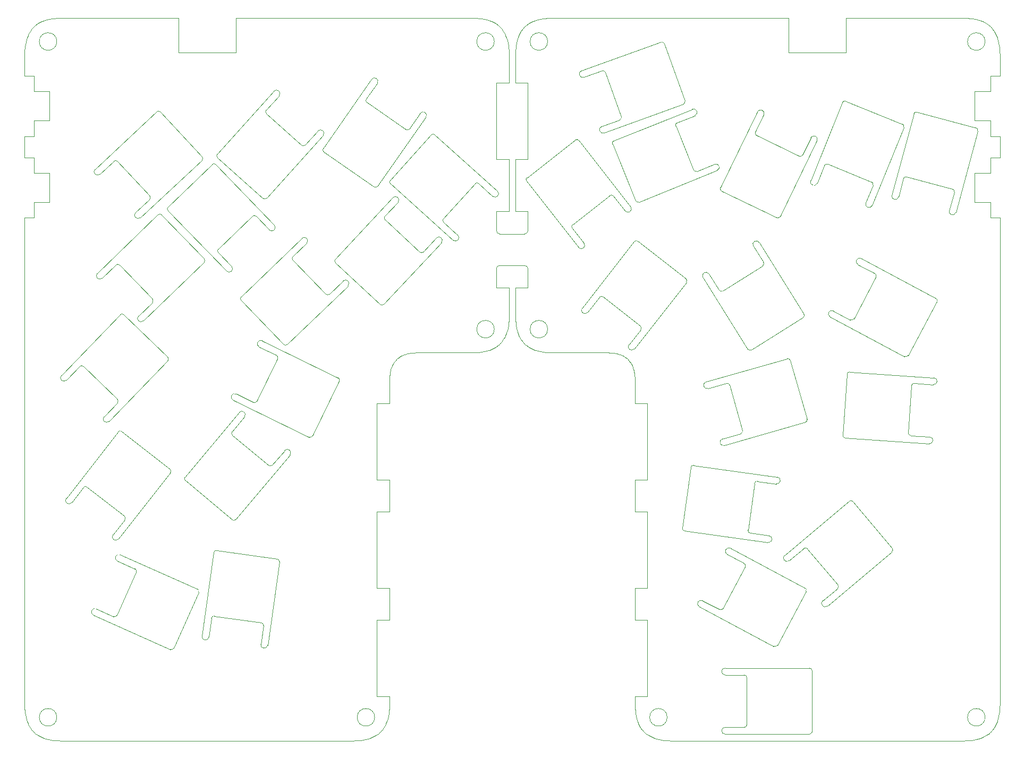
<source format=gm1>
G04 #@! TF.GenerationSoftware,KiCad,Pcbnew,(6.0.11-0)*
G04 #@! TF.CreationDate,2023-02-19T21:29:59+08:00*
G04 #@! TF.ProjectId,Combined,436f6d62-696e-4656-942e-6b696361645f,rev?*
G04 #@! TF.SameCoordinates,Original*
G04 #@! TF.FileFunction,Profile,NP*
%FSLAX46Y46*%
G04 Gerber Fmt 4.6, Leading zero omitted, Abs format (unit mm)*
G04 Created by KiCad (PCBNEW (6.0.11-0)) date 2023-02-19 21:29:59*
%MOMM*%
%LPD*%
G01*
G04 APERTURE LIST*
G04 #@! TA.AperFunction,Profile*
%ADD10C,0.030000*%
G04 #@! TD*
G04 #@! TA.AperFunction,Profile*
%ADD11C,0.038100*%
G04 #@! TD*
G04 #@! TA.AperFunction,Profile*
%ADD12C,0.000100*%
G04 #@! TD*
G04 #@! TA.AperFunction,Profile*
%ADD13C,0.010000*%
G04 #@! TD*
G04 APERTURE END LIST*
D10*
X108800089Y-15025502D02*
X108695997Y-15038146D01*
X110115267Y-68343237D02*
X109333114Y-68321095D01*
X101737774Y-66840549D02*
X101675275Y-66903232D01*
D11*
X85075183Y-69533321D02*
X85165267Y-69443237D01*
X86494912Y-68630006D02*
X86744912Y-68553237D01*
D10*
X178705276Y-15575776D02*
X179180913Y-15842367D01*
D11*
X122994941Y-71182305D02*
X123045267Y-71403237D01*
D10*
X83445278Y-127645745D02*
X83178687Y-128121382D01*
D11*
X27415268Y-44329785D02*
X27665268Y-44329784D01*
D10*
X98638621Y-15050784D02*
X99236829Y-15160104D01*
D11*
X119215267Y-68353237D02*
X118885267Y-68343237D01*
D10*
X104115267Y-45814238D02*
X106115267Y-45814238D01*
D12*
X100765268Y-18705780D02*
G75*
G03*
X100765268Y-18705780I-1400000J0D01*
G01*
D10*
X82499902Y-128940747D02*
X82562589Y-128878232D01*
X104137408Y-20173633D02*
X104184962Y-19640629D01*
D11*
X120105267Y-68463237D02*
X119893174Y-68423730D01*
D10*
X81930925Y-129369155D02*
X82367620Y-129058847D01*
X78847447Y-130233575D02*
X79380444Y-130186019D01*
D11*
X25915265Y-24189786D02*
X27415265Y-24189786D01*
D10*
X102765972Y-65035200D02*
X102735492Y-65125349D01*
X26801851Y-17090138D02*
X27112154Y-16653445D01*
X28525270Y-129635739D02*
X28049619Y-129369156D01*
X176838616Y-15050767D02*
X177436834Y-15160085D01*
D11*
X25915268Y-46829785D02*
X27415268Y-46829785D01*
D10*
X178097374Y-15335549D02*
X178187528Y-15366022D01*
D11*
X181315265Y-33829785D02*
X179815265Y-33829785D01*
D10*
X104660976Y-65565374D02*
X104735272Y-65733245D01*
D11*
X121975267Y-69353237D02*
X121880495Y-69267672D01*
X88345267Y-68343237D02*
X88465267Y-68343237D01*
D10*
X100505264Y-15575781D02*
X100980917Y-15842367D01*
X180965970Y-126947703D02*
X180935493Y-127037842D01*
X79588628Y-130160746D02*
X80186837Y-130051419D01*
X123165267Y-88621735D02*
X125165267Y-88621735D01*
X102735492Y-65125349D02*
X102705005Y-65215486D01*
X25997621Y-19536529D02*
X26010261Y-19432437D01*
X103093107Y-63125406D02*
X103045560Y-63658408D01*
D11*
X179815265Y-44329785D02*
X179565265Y-44329786D01*
D10*
X30391916Y-15050782D02*
X29793707Y-15160105D01*
X104525502Y-18083526D02*
X104660979Y-17733666D01*
X180695272Y-127645744D02*
X180428681Y-128121381D01*
X84065267Y-123177736D02*
X82065267Y-123177736D01*
D11*
X85996997Y-68839934D02*
X86117424Y-68782825D01*
D10*
X124421209Y-128624223D02*
X124480258Y-128690375D01*
X127641919Y-130160763D02*
X127043702Y-130051445D01*
D12*
X178965254Y-126505730D02*
G75*
G03*
X178965254Y-126505730I-1399998J0D01*
G01*
D10*
X97115264Y-68343228D02*
X97897445Y-68321073D01*
D11*
X122878498Y-70772882D02*
X122955267Y-71022882D01*
D10*
X106249625Y-67456651D02*
X105812918Y-67146353D01*
D11*
X82065267Y-105899735D02*
X82065267Y-93699735D01*
D10*
X83519558Y-127477858D02*
X83445278Y-127645745D01*
X30391920Y-130160742D02*
X29793708Y-130051420D01*
D11*
X85165267Y-69443237D02*
X85255351Y-69353153D01*
D10*
X179812584Y-128878228D02*
X179875273Y-128815735D01*
X104184983Y-63658415D02*
X104197628Y-63762506D01*
D11*
X84561964Y-70274967D02*
X84645267Y-70123237D01*
X118765267Y-68343237D02*
X118885267Y-68343237D01*
D10*
X84065267Y-93699735D02*
X82065267Y-93699735D01*
D11*
X122994941Y-71182305D02*
X122955267Y-71023237D01*
X86366381Y-68677861D02*
X86494912Y-68630006D01*
D10*
X102569552Y-65565360D02*
X102495269Y-65733232D01*
D11*
X84077928Y-72239678D02*
X84090609Y-72079676D01*
D10*
X180935494Y-18173660D02*
X180905002Y-18083521D01*
D11*
X27415265Y-33829786D02*
X27415265Y-31329786D01*
D10*
X30600100Y-15025502D02*
X30496008Y-15038142D01*
D12*
X31065267Y-126505737D02*
G75*
G03*
X31065267Y-126505737I-1400000J0D01*
G01*
D10*
X103045548Y-19640621D02*
X103032915Y-19536533D01*
X26264567Y-126947712D02*
X26295045Y-127037852D01*
D11*
X179815265Y-31329785D02*
X179565265Y-31329786D01*
X82065267Y-123177736D02*
X82065267Y-110977736D01*
D10*
X99807238Y-15305076D02*
X99897377Y-15335567D01*
X181220281Y-19432417D02*
X181110946Y-18834206D01*
X103093104Y-20173619D02*
X103045548Y-19640621D01*
X123165267Y-105899736D02*
X125165267Y-105899736D01*
X83970278Y-125779090D02*
X83860959Y-126377296D01*
X104197611Y-19536531D02*
X104210243Y-19432439D01*
X129165267Y-130255737D02*
X175315267Y-130255737D01*
X181315258Y-124255734D02*
X181293116Y-125037896D01*
X83982920Y-125674990D02*
X83970278Y-125779090D01*
X180059331Y-16587298D02*
X180000281Y-16521147D01*
X175315267Y-14955787D02*
X156812267Y-14955787D01*
X104184962Y-19640629D02*
X104197611Y-19536531D01*
D11*
X84065267Y-110977736D02*
X84065267Y-105899736D01*
D10*
X108695997Y-15038146D02*
X108591896Y-15050773D01*
D11*
X85845267Y-68923237D02*
X85715267Y-69003237D01*
D10*
X27292764Y-16458477D02*
X27355267Y-16395788D01*
X27480645Y-16270781D02*
X27417956Y-16333285D01*
D11*
X27415265Y-31329786D02*
X27665265Y-31329785D01*
D10*
X26325527Y-127127995D02*
X26460984Y-127477870D01*
X107423280Y-15305077D02*
X107333142Y-15335561D01*
D12*
X109265275Y-64593230D02*
G75*
G03*
X109265275Y-64593230I-1400003J0D01*
G01*
D10*
X180965975Y-18263800D02*
X180935494Y-18173660D01*
X98534532Y-68260880D02*
X98638615Y-68248237D01*
X107993702Y-68138945D02*
X107423288Y-67993957D01*
X110115267Y-14955787D02*
X147668267Y-14955787D01*
X104197628Y-63762506D02*
X104210254Y-63866610D01*
X179683748Y-16211709D02*
X179749885Y-16270767D01*
X181110946Y-18834206D02*
X180965975Y-18263800D01*
D11*
X181315265Y-46829785D02*
X179815265Y-46829785D01*
X122375267Y-69803237D02*
X122468942Y-69938649D01*
X179815265Y-26689785D02*
X179565265Y-26689786D01*
X84090609Y-72079676D02*
X84124524Y-71767501D01*
X84989702Y-69628009D02*
X84855267Y-69803237D01*
D10*
X178007238Y-15305070D02*
X178097374Y-15335549D01*
X104464547Y-18263811D02*
X104495025Y-18173680D01*
D11*
X101115266Y-58006237D02*
X101115266Y-54938791D01*
D10*
X180769559Y-17733645D02*
X180695263Y-17565773D01*
X105617943Y-16333290D02*
X105555255Y-16395777D01*
X84065267Y-76421734D02*
X82065267Y-76421734D01*
D11*
X152240267Y-20453012D02*
X147668267Y-20453012D01*
X25915268Y-37189785D02*
X27415268Y-37189785D01*
X84761592Y-69938649D02*
X84855267Y-69803237D01*
X179815265Y-24189785D02*
X179815265Y-26689785D01*
X106115267Y-25285238D02*
X106115267Y-37485238D01*
D10*
X30600098Y-130186028D02*
X30496010Y-130173386D01*
D11*
X122065267Y-69443237D02*
X122155351Y-69533321D01*
D10*
X102228685Y-66208885D02*
X101918385Y-66645577D01*
X27480648Y-128940746D02*
X27417955Y-128878243D01*
X109333078Y-14977948D02*
X108800089Y-15025502D01*
X82687774Y-128753042D02*
X82625270Y-128815735D01*
X101549893Y-16270782D02*
X101612577Y-16333284D01*
D11*
X87489531Y-68402494D02*
X87337360Y-68423730D01*
D10*
X179683751Y-128999799D02*
X179749900Y-128940749D01*
X123165256Y-124255747D02*
X123187427Y-125037925D01*
X97897437Y-14977951D02*
X98430431Y-15025499D01*
X123187427Y-125037925D02*
X123234983Y-125570915D01*
X180428684Y-17090127D02*
X180118388Y-16653426D01*
X104210254Y-63866610D02*
X104319595Y-64464823D01*
X101859329Y-16587304D02*
X101800273Y-16521169D01*
D11*
X123106010Y-71767501D02*
X123084774Y-71615330D01*
D10*
X27612924Y-16152675D02*
X27546784Y-16211728D01*
X108800109Y-68273546D02*
X108696010Y-68260892D01*
D11*
X179815265Y-37189785D02*
X179815265Y-39689785D01*
D10*
X26295045Y-127037852D02*
X26325527Y-127127995D01*
D11*
X120105267Y-68463237D02*
X120326199Y-68513563D01*
X84275267Y-71022882D02*
X84352036Y-70772882D01*
D10*
X26264563Y-18263818D02*
X26295044Y-18173675D01*
X82809338Y-128624217D02*
X82750280Y-128690358D01*
X180000276Y-128690351D02*
X179937767Y-128753043D01*
X107333142Y-15335561D02*
X107242994Y-15366053D01*
X104660979Y-17733666D02*
X104735258Y-17565777D01*
X180905023Y-127127995D02*
X180769546Y-127477858D01*
D13*
X101115362Y-48885238D02*
G75*
G03*
X101615267Y-49385238I499938J-62D01*
G01*
D10*
X80757243Y-129906444D02*
X80847388Y-129875962D01*
X180769546Y-127477858D02*
X180695272Y-127645744D01*
X181293105Y-20173598D02*
X181245553Y-19640609D01*
D11*
X106115267Y-45814238D02*
X106115267Y-48885238D01*
D10*
X175315267Y-130255737D02*
X176097446Y-130233569D01*
X102910953Y-18834230D02*
X102765970Y-18263815D01*
X98430431Y-15025499D02*
X98534523Y-15038144D01*
X101918385Y-66645577D02*
X101859331Y-66711720D01*
X104137427Y-63125425D02*
X104184983Y-63658415D01*
X30496010Y-130173386D02*
X30391920Y-130160742D01*
D11*
X125165267Y-93699736D02*
X125165267Y-105899736D01*
D10*
X179749900Y-128940749D02*
X179812584Y-128878228D01*
X104495041Y-65125358D02*
X104525537Y-65215510D01*
X123234983Y-125570915D02*
X123247628Y-125675006D01*
X80186837Y-130051419D02*
X80757243Y-129906444D01*
X180905002Y-18083521D02*
X180769559Y-17733645D01*
X126473288Y-129906457D02*
X126383159Y-129875980D01*
X27230259Y-128690358D02*
X27292768Y-128753052D01*
D11*
X103115267Y-20955787D02*
X103115267Y-25285238D01*
X106115268Y-58006237D02*
X106115268Y-54938791D01*
X50418267Y-14955787D02*
X50418267Y-20453012D01*
D10*
X28049617Y-15842372D02*
X27612924Y-16152675D01*
X125943148Y-129710027D02*
X125775258Y-129635741D01*
X181293116Y-125037896D02*
X181245558Y-125570900D01*
D12*
X109265266Y-18705787D02*
G75*
G03*
X109265266Y-18705787I-1400001J0D01*
G01*
D11*
X123165267Y-88621735D02*
X123165267Y-93699735D01*
X84065267Y-93699735D02*
X84065267Y-88621735D01*
X104115267Y-37485238D02*
X104115267Y-45814238D01*
D10*
X105746779Y-16211727D02*
X105680628Y-16270775D01*
D11*
X101115267Y-48885238D02*
X101115267Y-45814238D01*
X84185267Y-71403237D02*
X84145760Y-71615330D01*
D13*
X105615267Y-49385167D02*
G75*
G03*
X106115267Y-48885238I133J499867D01*
G01*
D10*
X123575537Y-127128010D02*
X123710976Y-127477874D01*
D11*
X123139925Y-72079676D02*
X123152606Y-72239678D01*
D10*
X127850109Y-130186046D02*
X127746010Y-130173392D01*
X26010263Y-125779087D02*
X26119589Y-126377298D01*
D11*
X121515267Y-69003237D02*
X121569855Y-69039562D01*
D10*
X82367620Y-129058847D02*
X82433755Y-128999796D01*
X105001855Y-66208891D02*
X105312146Y-66645602D01*
D11*
X87337360Y-68423730D02*
X87125267Y-68463237D01*
D10*
X29793707Y-15160105D02*
X29223297Y-15305084D01*
X179937763Y-16458461D02*
X179875272Y-16395773D01*
X27230260Y-16521166D02*
X27292764Y-16458477D01*
X124362146Y-128558102D02*
X124421209Y-128624223D01*
X80847388Y-129875962D02*
X80937527Y-129845474D01*
X107243006Y-67933002D02*
X106893148Y-67797527D01*
X102705004Y-18083538D02*
X102569555Y-17733660D01*
X103115267Y-58014238D02*
X101115267Y-58014238D01*
X102910947Y-64464794D02*
X102765972Y-65035200D01*
X180695263Y-17565773D02*
X180428684Y-17090127D01*
X103020270Y-19432435D02*
X102910953Y-18834230D01*
X99987520Y-15366042D02*
X100337398Y-15501497D01*
D11*
X156812267Y-20453012D02*
X152240267Y-20453012D01*
X119893174Y-68423730D02*
X119741003Y-68402494D01*
X84504855Y-70395394D02*
X84561964Y-70274967D01*
D10*
X26801853Y-128121388D02*
X27112158Y-128558081D01*
D11*
X84399891Y-70644351D02*
X84504855Y-70395394D01*
D10*
X180118388Y-16653426D02*
X180059331Y-16587298D01*
X105371209Y-66711723D02*
X105430258Y-66777875D01*
X102735494Y-18173678D02*
X102705004Y-18083538D01*
X101800276Y-66777852D02*
X101737774Y-66840549D01*
X29043014Y-129845477D02*
X28693141Y-129710026D01*
D11*
X84075267Y-72293237D02*
X84065267Y-72623237D01*
D10*
X175315267Y-14955787D02*
X176097425Y-14977928D01*
X105371189Y-16587308D02*
X105430245Y-16521167D01*
X98430434Y-68273517D02*
X98534532Y-68260880D01*
X124862918Y-129058853D02*
X124796790Y-128999816D01*
D11*
X59562267Y-14955787D02*
X59562267Y-20453012D01*
X122240832Y-69628009D02*
X122155267Y-69533237D01*
X121975183Y-69353153D02*
X122065267Y-69443237D01*
D13*
X106115209Y-54938791D02*
G75*
G03*
X105615268Y-54438791I-500009J-9D01*
G01*
D10*
X83995561Y-125570901D02*
X83982920Y-125674990D01*
X83655021Y-127127997D02*
X83519558Y-127477858D01*
X123165267Y-93699736D02*
X125165267Y-93699736D01*
D11*
X27415268Y-46829785D02*
X27415268Y-44329785D01*
D10*
X99987524Y-67932976D02*
X100337400Y-67797517D01*
X176630436Y-130186022D02*
X176734528Y-130173380D01*
X99236829Y-15160104D02*
X99807238Y-15305076D01*
X181315272Y-20955778D02*
X181293105Y-20173598D01*
D11*
X27415268Y-39689785D02*
X27415268Y-37189785D01*
D10*
X98534523Y-15038144D02*
X98638621Y-15050784D01*
X178007246Y-129906440D02*
X178097385Y-129875965D01*
X125775258Y-129635741D02*
X125299625Y-129369151D01*
X179180913Y-15842367D02*
X179617617Y-16152668D01*
D11*
X122830643Y-70644351D02*
X122878498Y-70772882D01*
D10*
X181220274Y-125779082D02*
X181110957Y-126377299D01*
X105430245Y-16521167D02*
X105492756Y-16458475D01*
X27546785Y-128999800D02*
X27480648Y-128940746D01*
D11*
X27415265Y-26689786D02*
X27665265Y-26689785D01*
X85075267Y-69533237D02*
X84989702Y-69628009D01*
X31915267Y-130255737D02*
X78065267Y-130255737D01*
D10*
X26325525Y-18083532D02*
X26460980Y-17733658D01*
X26119589Y-126377298D02*
X26264567Y-126947712D01*
X123514555Y-126947725D02*
X123545041Y-127037858D01*
D11*
X123106010Y-71767501D02*
X123139925Y-72079676D01*
D10*
X83860959Y-126377296D02*
X83715980Y-126947704D01*
X123247628Y-125675006D02*
X123260254Y-125779110D01*
X104464555Y-65035225D02*
X104495041Y-65125358D01*
X105312146Y-66645602D02*
X105371209Y-66711723D01*
X105680628Y-16270775D02*
X105617943Y-16333290D01*
D11*
X84075267Y-72293237D02*
X84077928Y-72239678D01*
D10*
X107423288Y-67993957D02*
X107333159Y-67963480D01*
X123545041Y-127037858D02*
X123575537Y-127128010D01*
X107333159Y-67963480D02*
X107243006Y-67933002D01*
X181315265Y-33829785D02*
X181315265Y-37189785D01*
D11*
X87801706Y-68368579D02*
X87961708Y-68355898D01*
D10*
X98638615Y-68248237D02*
X99236826Y-68138912D01*
D11*
X84352036Y-70772882D02*
X84399891Y-70644351D01*
D10*
X103115267Y-25285238D02*
X101115267Y-25285238D01*
D11*
X147668267Y-20453012D02*
X147668267Y-14955787D01*
D10*
X83685499Y-127037844D02*
X83655021Y-127127997D01*
D11*
X120485622Y-68553237D02*
X120735622Y-68630006D01*
D10*
X82562589Y-128878232D02*
X82625270Y-128815735D01*
X99897377Y-15335567D02*
X99987520Y-15366042D01*
X124667952Y-128878247D02*
X124605251Y-128815748D01*
D11*
X86904335Y-68513563D02*
X87125267Y-68463237D01*
X85845267Y-68923237D02*
X85996997Y-68839934D01*
D10*
X123165267Y-123177737D02*
X123165267Y-124255737D01*
X99897383Y-67963457D02*
X99987524Y-67932976D01*
X100337398Y-15501497D02*
X100505264Y-15575781D01*
X102228684Y-17090137D02*
X101918376Y-16653446D01*
X102765970Y-18263815D02*
X102735494Y-18173678D01*
D11*
X122585267Y-70123237D02*
X122505267Y-69993237D01*
D10*
X128383114Y-130233595D02*
X127850109Y-130186046D01*
D11*
X125165267Y-110977737D02*
X125165267Y-123177737D01*
D10*
X104735272Y-65733245D02*
X105001855Y-66208891D01*
D12*
X128315275Y-126505730D02*
G75*
G03*
X128315275Y-126505730I-1400003J0D01*
G01*
D10*
X103045560Y-63658408D02*
X103032918Y-63762491D01*
X28693141Y-129710026D02*
X28525270Y-129635739D01*
X100980917Y-67456649D02*
X101417608Y-67146344D01*
X27171207Y-16587305D02*
X27230260Y-16521166D01*
X31915267Y-14955788D02*
X31133094Y-14977948D01*
D11*
X25915265Y-33829786D02*
X27415265Y-33829786D01*
D10*
X123710976Y-127477874D02*
X123785272Y-127645745D01*
D11*
X97115267Y-14955787D02*
X59562267Y-14955787D01*
D10*
X129165267Y-130255737D02*
X128383114Y-130233595D01*
X27417956Y-16333285D02*
X27355267Y-16395788D01*
D12*
X100765269Y-64593237D02*
G75*
G03*
X100765269Y-64593237I-1400000J0D01*
G01*
D10*
X176734522Y-15038132D02*
X176838616Y-15050767D01*
X25997623Y-125674999D02*
X26010263Y-125779087D01*
D11*
X125165267Y-76421735D02*
X125165267Y-88621735D01*
D10*
X105312150Y-16653438D02*
X105371189Y-16587308D01*
X180000281Y-16521147D02*
X179937763Y-16458461D01*
D11*
X85660679Y-69039562D02*
X85715267Y-69003237D01*
D10*
X97115267Y-14955787D02*
X97897437Y-14977951D01*
D11*
X123165267Y-72623237D02*
X123155267Y-72293237D01*
D10*
X79484529Y-130173383D02*
X79588628Y-130160746D01*
X118765267Y-68343237D02*
X110115267Y-68343237D01*
X101549884Y-67028244D02*
X101612585Y-66965734D01*
X105001850Y-17090143D02*
X105312150Y-16653438D01*
X28049619Y-129369156D02*
X27612925Y-129058853D01*
X26535267Y-17565788D02*
X26801851Y-17090138D01*
X30496008Y-15038142D02*
X30391916Y-15050782D01*
X103115267Y-45814238D02*
X101115267Y-45814238D01*
D11*
X123084774Y-71615330D02*
X123045267Y-71403237D01*
D10*
X97897445Y-68321073D02*
X98430434Y-68273517D01*
X29793708Y-130051420D02*
X29223300Y-129906442D01*
D12*
X178965263Y-18705790D02*
G75*
G03*
X178965263Y-18705790I-1400000J0D01*
G01*
D10*
X105746790Y-67087316D02*
X105680644Y-67028259D01*
X101417608Y-67146344D02*
X101483756Y-67087295D01*
X127043702Y-130051445D02*
X126473288Y-129906457D01*
D11*
X122468942Y-69938649D02*
X122505267Y-69993237D01*
D10*
X106725256Y-15575791D02*
X106249610Y-15842374D01*
X123260254Y-125779110D02*
X123369595Y-126377323D01*
X84065267Y-88621734D02*
X82065267Y-88621734D01*
D11*
X86117424Y-68782825D02*
X86366381Y-68677861D01*
D10*
X99807246Y-67993935D02*
X99897383Y-67963457D01*
X178537402Y-129710026D02*
X178705271Y-129635732D01*
D11*
X27415268Y-39689785D02*
X27665268Y-39689784D01*
D10*
X83715980Y-126947704D02*
X83685499Y-127037844D01*
X126383159Y-129875980D02*
X126293006Y-129845502D01*
D11*
X119428828Y-68368579D02*
X119741003Y-68402494D01*
D10*
X127746010Y-130173392D02*
X127641919Y-130160763D01*
X101859331Y-66711720D02*
X101800276Y-66777852D01*
X103032918Y-63762491D02*
X103020270Y-63866581D01*
D13*
X101615266Y-54438766D02*
G75*
G03*
X101115266Y-54938791I134J-500134D01*
G01*
D10*
X104319595Y-64464823D02*
X104464555Y-65035225D01*
X102569555Y-17733660D02*
X102495271Y-17565784D01*
D11*
X179815265Y-39689785D02*
X179565265Y-39689786D01*
X121515267Y-69003237D02*
X121385267Y-68923237D01*
D10*
X104115256Y-62343247D02*
X104137427Y-63125425D01*
X101918376Y-16653446D02*
X101859329Y-16587304D01*
X180428681Y-128121381D02*
X180118380Y-128558086D01*
X124051855Y-128121391D02*
X124362146Y-128558102D01*
X27171207Y-128624224D02*
X27230259Y-128690358D01*
X178097385Y-129875965D02*
X178187521Y-129845473D01*
X105680644Y-67028259D02*
X105617952Y-66965747D01*
D11*
X181315265Y-37189785D02*
X179815265Y-37189785D01*
X121233537Y-68839934D02*
X121385267Y-68923237D01*
D10*
X123165267Y-110977737D02*
X125165267Y-110977737D01*
X180118380Y-128558086D02*
X180059336Y-128624217D01*
X178537390Y-15501498D02*
X178705276Y-15575776D01*
X25937429Y-125037913D02*
X25984984Y-125570905D01*
D11*
X59562267Y-20453012D02*
X50418267Y-20453012D01*
D10*
X81455276Y-129635732D02*
X81930925Y-129369155D01*
X123165267Y-76421735D02*
X125165267Y-76421735D01*
D11*
X87961708Y-68355898D02*
X88015267Y-68353237D01*
X31915267Y-14955788D02*
X50418267Y-14955787D01*
X84725267Y-69993237D02*
X84761592Y-69938649D01*
D10*
X29133155Y-129875962D02*
X29043014Y-129845477D01*
X109333114Y-68321095D02*
X108800109Y-68273546D01*
D11*
X84065267Y-124255737D02*
X84065267Y-123177737D01*
X122725679Y-70395394D02*
X122830643Y-70644351D01*
X25915268Y-46829785D02*
X25915267Y-124255737D01*
D10*
X177436834Y-15160085D02*
X178007238Y-15305070D01*
D11*
X179815265Y-44329785D02*
X179815265Y-46829785D01*
D10*
X80937527Y-129845474D02*
X81287403Y-129710022D01*
X179812577Y-16333276D02*
X179875272Y-16395773D01*
X179180922Y-129369156D02*
X179617618Y-129058853D01*
X28525267Y-15575788D02*
X28049617Y-15842372D01*
X124796790Y-128999816D02*
X124730644Y-128940759D01*
X26460984Y-127477870D02*
X26535269Y-127645736D01*
X178187528Y-15366022D02*
X178537390Y-15501498D01*
X84065267Y-110977736D02*
X82065267Y-110977736D01*
X25984981Y-19640621D02*
X25997621Y-19536529D01*
X179937767Y-128753043D02*
X179875273Y-128815735D01*
X105430258Y-66777875D02*
X105492769Y-66840560D01*
X104525537Y-65215510D02*
X104660976Y-65565374D01*
X26119584Y-18834228D02*
X26264563Y-18263818D01*
X101483756Y-67087295D02*
X101549884Y-67028244D01*
X27292768Y-128753052D02*
X27355270Y-128815741D01*
X103032915Y-19536533D02*
X103020270Y-19432435D01*
X181315265Y-46829785D02*
X181315267Y-124255737D01*
X181245553Y-19640609D02*
X181232910Y-19536516D01*
X179617618Y-129058853D02*
X179683751Y-128999799D01*
D11*
X86904335Y-68513563D02*
X86745267Y-68553237D01*
X84065267Y-72743237D02*
X84065267Y-76421734D01*
D10*
X181245558Y-125570900D02*
X181232912Y-125674990D01*
D11*
X123165267Y-72623237D02*
X123165267Y-72743237D01*
D10*
X107242994Y-15366053D02*
X106893129Y-15501494D01*
X83178687Y-128121382D02*
X82868384Y-128558082D01*
X179617617Y-16152668D02*
X179683748Y-16211709D01*
X84065267Y-105899735D02*
X82065267Y-105899735D01*
X123369595Y-126377323D02*
X123514555Y-126947725D01*
X25915267Y-20955788D02*
X25937427Y-20173615D01*
X103115269Y-20955792D02*
X103093104Y-20173619D01*
X104210243Y-19432439D02*
X104319562Y-18834221D01*
D11*
X88345267Y-68343237D02*
X88015267Y-68353237D01*
D10*
X29043011Y-15366046D02*
X28693137Y-15501501D01*
X124730644Y-128940759D02*
X124667952Y-128878247D01*
D11*
X101115267Y-37485238D02*
X101115267Y-25285238D01*
D10*
X181315265Y-24189785D02*
X181315267Y-20955787D01*
D11*
X105615268Y-54438791D02*
X101615266Y-54438791D01*
X121569855Y-69039562D02*
X121705267Y-69133237D01*
D10*
X26010261Y-19432437D02*
X26119584Y-18834228D01*
X108696010Y-68260892D02*
X108591919Y-68248263D01*
X104735258Y-17565777D02*
X105001850Y-17090143D01*
X104115267Y-37485238D02*
X106115267Y-37485238D01*
D11*
X179815265Y-31329785D02*
X179815265Y-33829785D01*
X27415265Y-26689786D02*
X27415265Y-24189786D01*
X103115267Y-58014238D02*
X103115267Y-62343237D01*
D10*
X176734528Y-130173380D02*
X176838626Y-130160749D01*
X100505262Y-67723233D02*
X100980917Y-67456649D01*
X176838626Y-130160749D02*
X177436838Y-130051416D01*
D11*
X85525267Y-69133237D02*
X85350039Y-69267672D01*
D10*
X176630428Y-15025487D02*
X176734522Y-15038132D01*
X107993684Y-15160109D02*
X107423280Y-15305077D01*
X99236826Y-68138912D02*
X99807246Y-67993935D01*
D11*
X156812267Y-20453012D02*
X156812267Y-14955787D01*
D10*
X103020270Y-63866581D02*
X102910947Y-64464794D01*
X26295044Y-18173675D02*
X26325525Y-18083532D01*
X179749885Y-16270767D02*
X179812577Y-16333276D01*
D11*
X121880495Y-69267672D02*
X121705267Y-69133237D01*
D10*
X124480258Y-128690375D02*
X124542769Y-128753060D01*
X110115257Y-14955778D02*
X109333078Y-14977948D01*
X104115267Y-25285237D02*
X104115267Y-20955787D01*
X27112154Y-16653445D02*
X27171207Y-16587305D01*
X104319562Y-18834221D02*
X104464547Y-18263811D01*
D11*
X119268826Y-68355898D02*
X119428828Y-68368579D01*
D10*
X27546784Y-16211728D02*
X27480645Y-16270781D01*
X106893129Y-15501494D02*
X106725256Y-15575791D01*
X26460980Y-17733658D02*
X26535267Y-17565788D01*
D11*
X84065267Y-72743237D02*
X84065267Y-72623237D01*
D10*
X28693137Y-15501501D02*
X28525267Y-15575788D01*
D11*
X123165267Y-76421734D02*
X123165267Y-72743237D01*
D10*
X181110957Y-126377299D02*
X180965970Y-126947703D01*
X104115267Y-20955787D02*
X104137408Y-20173633D01*
D11*
X122375267Y-69803237D02*
X122240832Y-69628009D01*
X101615267Y-49385238D02*
X105615267Y-49385238D01*
D10*
X178187521Y-129845473D02*
X178537402Y-129710026D01*
X103115267Y-62343237D02*
X103093107Y-63125406D01*
X102705005Y-65215486D02*
X102569552Y-65565360D01*
X178705271Y-129635732D02*
X179180922Y-129369156D01*
X27417955Y-128878243D02*
X27355270Y-128815741D01*
X102495269Y-65733232D02*
X102228685Y-66208885D01*
X82868384Y-128558082D02*
X82809338Y-128624217D01*
D11*
X84185267Y-71403237D02*
X84235593Y-71182305D01*
X82065267Y-88621734D02*
X82065267Y-76421734D01*
D10*
X105812918Y-67146353D02*
X105746790Y-67087316D01*
X25915267Y-20955788D02*
X25915265Y-24189786D01*
D11*
X181315265Y-24189785D02*
X179815265Y-24189785D01*
D10*
X104115267Y-62343237D02*
X104115267Y-58014238D01*
X104495025Y-18173680D02*
X104525502Y-18083526D01*
X106893148Y-67797527D02*
X106725258Y-67723241D01*
X25915265Y-33829786D02*
X25915268Y-37189785D01*
X126293006Y-129845502D02*
X125943148Y-129710027D01*
X101417611Y-16152671D02*
X101483749Y-16211733D01*
X181232910Y-19536516D02*
X181220281Y-19432417D01*
X31133094Y-14977948D02*
X30600100Y-15025502D01*
X106249610Y-15842374D02*
X105812904Y-16152666D01*
X27112158Y-128558081D02*
X27171207Y-128624224D01*
X82750280Y-128690358D02*
X82687774Y-128753042D01*
D11*
X84725267Y-69993237D02*
X84645267Y-70123237D01*
D10*
X108591896Y-15050773D02*
X107993684Y-15160109D01*
X25937427Y-20173615D02*
X25984981Y-19640621D01*
X105492756Y-16458475D02*
X105555255Y-16395777D01*
X177436838Y-130051416D02*
X178007246Y-129906440D01*
X101800273Y-16521169D02*
X101737771Y-16458479D01*
D11*
X122668570Y-70274967D02*
X122725679Y-70395394D01*
X122585267Y-70123237D02*
X122668570Y-70274967D01*
D10*
X180059336Y-128624217D02*
X180000276Y-128690351D01*
X105617952Y-66965747D02*
X105555251Y-66903248D01*
X103115267Y-37485238D02*
X101115267Y-37485238D01*
X29223297Y-15305084D02*
X29133154Y-15335565D01*
X181232912Y-125674990D02*
X181220274Y-125779082D01*
D11*
X85525267Y-69133237D02*
X85660679Y-69039562D01*
X87489531Y-68402494D02*
X87801706Y-68368579D01*
D10*
X105492769Y-66840560D02*
X105555251Y-66903248D01*
X81287403Y-129710022D02*
X81455276Y-129635732D01*
X123165267Y-123177737D02*
X125165267Y-123177737D01*
X31915267Y-130255737D02*
X31133096Y-130233578D01*
X84065267Y-124255737D02*
X84043119Y-125037902D01*
X180935493Y-127037842D02*
X180905023Y-127127995D01*
X29223300Y-129906442D02*
X29133155Y-129875962D01*
D11*
X119215267Y-68353237D02*
X119268826Y-68355898D01*
D10*
X106725258Y-67723241D02*
X106249625Y-67456651D01*
X105812904Y-16152666D02*
X105746779Y-16211727D01*
D11*
X123165267Y-105899736D02*
X123165267Y-110977736D01*
D10*
X108591919Y-68248263D02*
X107993702Y-68138945D01*
X25984984Y-125570905D02*
X25997623Y-125674999D01*
X124542769Y-128753060D02*
X124605251Y-128815748D01*
X101612585Y-66965734D02*
X101675275Y-66903232D01*
X104115267Y-58014238D02*
X106115267Y-58014238D01*
X176097425Y-14977928D02*
X176630428Y-15025487D01*
X31133096Y-130233578D02*
X30600098Y-130186028D01*
X123785272Y-127645745D02*
X124051855Y-128121391D01*
X100337400Y-67797517D02*
X100505262Y-67723233D01*
X101483749Y-16211733D02*
X101549893Y-16270782D01*
X101737771Y-16458479D02*
X101675267Y-16395785D01*
X102495271Y-17565784D02*
X102228684Y-17090137D01*
D11*
X84275267Y-71023237D02*
X84235593Y-71182305D01*
D10*
X101612577Y-16333284D02*
X101675267Y-16395785D01*
D11*
X120735622Y-68630006D02*
X120864153Y-68677861D01*
D10*
X27612925Y-129058853D02*
X27546785Y-128999800D01*
D11*
X84145760Y-71615330D02*
X84124524Y-71767501D01*
D10*
X79380444Y-130186019D02*
X79484529Y-130173383D01*
X25915270Y-124255735D02*
X25937429Y-125037913D01*
X125299625Y-129369151D02*
X124862918Y-129058853D01*
X26535269Y-127645736D02*
X26801853Y-128121388D01*
X29133154Y-15335565D02*
X29043011Y-15366046D01*
X84043119Y-125037902D02*
X83995561Y-125570901D01*
D11*
X120485267Y-68553237D02*
X120326199Y-68513563D01*
X123152606Y-72239678D02*
X123155267Y-72293237D01*
X121113110Y-68782825D02*
X121233537Y-68839934D01*
D12*
X31065257Y-18705787D02*
G75*
G03*
X31065257Y-18705787I-1400000J0D01*
G01*
D10*
X78065272Y-130255737D02*
X78847447Y-130233575D01*
D11*
X97115267Y-68343237D02*
X88465267Y-68343237D01*
X85350039Y-69267672D02*
X85255267Y-69353237D01*
X103115267Y-45814238D02*
X103115267Y-37485238D01*
X120864153Y-68677861D02*
X121113110Y-68782825D01*
D10*
X104115267Y-25285238D02*
X106115267Y-25285238D01*
X100980917Y-15842367D02*
X101417611Y-16152671D01*
D12*
X81715269Y-126505737D02*
G75*
G03*
X81715269Y-126505737I-1400000J0D01*
G01*
D10*
X176097446Y-130233569D02*
X176630436Y-130186022D01*
X82433755Y-128999796D02*
X82499902Y-128940747D01*
D13*
X44851369Y-63264691D02*
X54526489Y-53921536D01*
X54536362Y-53355936D02*
X47763443Y-46342373D01*
X46281230Y-60354710D02*
X44087245Y-62473417D01*
X38286847Y-56466930D02*
X40480835Y-54348223D01*
X47197843Y-46332501D02*
X37522723Y-55675656D01*
X46291102Y-59789111D02*
X41046434Y-54358096D01*
X37522723Y-55675656D02*
G75*
G03*
X38286847Y-56466930I382062J-395637D01*
G01*
X41046433Y-54358097D02*
G75*
G03*
X40480835Y-54348223I-287736J-277860D01*
G01*
X46281229Y-60354709D02*
G75*
G03*
X46291102Y-59789111I-277861J287736D01*
G01*
X54526490Y-53921537D02*
G75*
G03*
X54536362Y-53355936I-277864J287737D01*
G01*
X47763443Y-46342373D02*
G75*
G03*
X47197843Y-46332501I-287736J-277862D01*
G01*
X44087245Y-62473417D02*
G75*
G03*
X44851369Y-63264691I382062J-395637D01*
G01*
X157331165Y-92025811D02*
X147027867Y-100671304D01*
X155487946Y-105386390D02*
X150634903Y-99602755D01*
X153809276Y-108753073D02*
X164112574Y-100107580D01*
X155438644Y-105949923D02*
X153102210Y-107910424D01*
X147734933Y-101513953D02*
X150071370Y-99553452D01*
X164161877Y-99544047D02*
X157894697Y-92075113D01*
X150634902Y-99602756D02*
G75*
G03*
X150071370Y-99553452I-306418J-257112D01*
G01*
X147027867Y-100671304D02*
G75*
G03*
X147734933Y-101513953I353533J-421324D01*
G01*
X157894696Y-92075114D02*
G75*
G03*
X157331165Y-92025811I-306417J-257117D01*
G01*
X164112574Y-100107580D02*
G75*
G03*
X164161877Y-99544047I-257115J306418D01*
G01*
X155438643Y-105949921D02*
G75*
G03*
X155487946Y-105386390I-257113J306417D01*
G01*
X153102210Y-107910424D02*
G75*
G03*
X153809276Y-108753073I353533J-421324D01*
G01*
X105903445Y-40970858D02*
X114184092Y-51569603D01*
X122497605Y-45074375D02*
X114216959Y-34475630D01*
X119191558Y-43279231D02*
X113242078Y-47927473D01*
X115050904Y-50892375D02*
X113173138Y-48488941D01*
X119753027Y-43348171D02*
X121630794Y-45751602D01*
X113655490Y-34406690D02*
X105972385Y-40409390D01*
X113242079Y-47927474D02*
G75*
G03*
X113173138Y-48488941I246262J-315204D01*
G01*
X114216958Y-34475631D02*
G75*
G03*
X113655490Y-34406690I-315204J-246263D01*
G01*
X105972385Y-40409389D02*
G75*
G03*
X105903445Y-40970858I246267J-315205D01*
G01*
X119753027Y-43348171D02*
G75*
G03*
X119191558Y-43279231I-315205J-246263D01*
G01*
X114184092Y-51569603D02*
G75*
G03*
X115050904Y-50892375I433406J338614D01*
G01*
X121630795Y-45751601D02*
G75*
G03*
X122497605Y-45074375I433405J338613D01*
G01*
X45858419Y-43344402D02*
X40709334Y-37822682D01*
X44358248Y-46794325D02*
X54194955Y-37621447D01*
X37913363Y-39883033D02*
X40143994Y-37802939D01*
X46999873Y-29905666D02*
X37163165Y-39078544D01*
X45838677Y-43909743D02*
X43608050Y-45989836D01*
X54214697Y-37056107D02*
X47565213Y-29925408D01*
X45838676Y-43909741D02*
G75*
G03*
X45858419Y-43344402I-272797J292541D01*
G01*
X40709333Y-37822683D02*
G75*
G03*
X40143994Y-37802939I-292541J-272796D01*
G01*
X54194955Y-37621447D02*
G75*
G03*
X54214697Y-37056107I-272799J292541D01*
G01*
X37163165Y-39078544D02*
G75*
G03*
X37913363Y-39883033I375099J-402244D01*
G01*
X43608050Y-45989836D02*
G75*
G03*
X44358248Y-46794325I375099J-402245D01*
G01*
X47565213Y-29925408D02*
G75*
G03*
X46999873Y-29905666I-292541J-272802D01*
G01*
X29915243Y-39689737D02*
X29915243Y-44329737D01*
X29915243Y-39689737D02*
X27665243Y-39689737D01*
X29915243Y-44329737D02*
X27665243Y-44329737D01*
X177315265Y-39689786D02*
X179565265Y-39689786D01*
X177315265Y-44329786D02*
X177315265Y-39689786D01*
X177315265Y-44329786D02*
X179565265Y-44329786D01*
X158028882Y-62933891D02*
X161573394Y-56267640D01*
X157487915Y-63099282D02*
X154794926Y-61667394D01*
X171107078Y-59637932D02*
X159231433Y-53323540D01*
X166695120Y-68787639D02*
X171272468Y-60178900D01*
X154278508Y-62638637D02*
X166154153Y-68953029D01*
X158715014Y-54294782D02*
X161408003Y-55726672D01*
X157487916Y-63099280D02*
G75*
G03*
X158028882Y-62933891I187789J353176D01*
G01*
X171272468Y-60178900D02*
G75*
G03*
X171107078Y-59637932I-353182J187788D01*
G01*
X154794926Y-61667394D02*
G75*
G03*
X154278508Y-62638637I-258209J-485622D01*
G01*
X166154153Y-68953029D02*
G75*
G03*
X166695120Y-68787639I187788J353179D01*
G01*
X161573391Y-56267639D02*
G75*
G03*
X161408003Y-55726672I-353176J187790D01*
G01*
X159231433Y-53323540D02*
G75*
G03*
X158715014Y-54294782I-258210J-485621D01*
G01*
X64484198Y-43690934D02*
X73484005Y-33695636D01*
X56673626Y-37196516D02*
X63919288Y-43720540D01*
X72666545Y-32959593D02*
X70625696Y-35226183D01*
X64450045Y-30203852D02*
X70060785Y-35255789D01*
X65643827Y-26636308D02*
X56644020Y-36631606D01*
X64420439Y-29638942D02*
X66461286Y-27372352D01*
X70060787Y-35255787D02*
G75*
G03*
X70625696Y-35226183I267652J297255D01*
G01*
X64420441Y-29638944D02*
G75*
G03*
X64450045Y-30203852I297255J-267652D01*
G01*
X56644021Y-36631607D02*
G75*
G03*
X56673626Y-37196516I297257J-267652D01*
G01*
X73484005Y-33695636D02*
G75*
G03*
X72666545Y-32959593I-408730J368022D01*
G01*
X63919288Y-43720540D02*
G75*
G03*
X64484198Y-43690934I267652J297261D01*
G01*
X66461286Y-27372352D02*
G75*
G03*
X65643827Y-26636308I-408730J368022D01*
G01*
X97700428Y-41372539D02*
X92648491Y-46983279D01*
X90707764Y-33596120D02*
X84183740Y-40841782D01*
X98265338Y-41342933D02*
X100531928Y-43383780D01*
X101267972Y-42566321D02*
X91272674Y-33566514D01*
X84213346Y-41406692D02*
X94208644Y-50406499D01*
X94944687Y-49589039D02*
X92678097Y-47548190D01*
X84183740Y-40841782D02*
G75*
G03*
X84213346Y-41406692I297261J-267652D01*
G01*
X91272673Y-33566515D02*
G75*
G03*
X90707764Y-33596120I-267652J-297257D01*
G01*
X94208644Y-50406499D02*
G75*
G03*
X94944687Y-49589039I368022J408730D01*
G01*
X100531928Y-43383780D02*
G75*
G03*
X101267972Y-42566321I368022J408730D01*
G01*
X98265336Y-41342935D02*
G75*
G03*
X97700428Y-41372539I-267652J-297255D01*
G01*
X92648493Y-46983281D02*
G75*
G03*
X92678097Y-47548190I297255J-267652D01*
G01*
X156646545Y-81930247D02*
X170063781Y-82868472D01*
X167253483Y-73599857D02*
X166726820Y-81131464D01*
X170799712Y-72344171D02*
X157382475Y-71405946D01*
X170140513Y-81771151D02*
X167097943Y-81558392D01*
X167680411Y-73228734D02*
X170722980Y-73441491D01*
X156955547Y-71777069D02*
X156275421Y-81503319D01*
X156275422Y-81503319D02*
G75*
G03*
X156646545Y-81930247I399027J-27901D01*
G01*
X166726821Y-81131464D02*
G75*
G03*
X167097943Y-81558392I399024J-27904D01*
G01*
X157382475Y-71405946D02*
G75*
G03*
X156955547Y-71777069I-27902J-399026D01*
G01*
X170063781Y-82868471D02*
G75*
G03*
X170140513Y-81771151I38366J548660D01*
G01*
X167680411Y-73228736D02*
G75*
G03*
X167253483Y-73599857I-27904J-399024D01*
G01*
X170722980Y-73441491D02*
G75*
G03*
X170799712Y-72344171I38366J548660D01*
G01*
X63975387Y-111846932D02*
X63550910Y-114867247D01*
X55282171Y-113705152D02*
X55706651Y-110684835D01*
X64640205Y-115020338D02*
X66512083Y-101701232D01*
X63634950Y-111395155D02*
X56158428Y-110344397D01*
X66171645Y-101249456D02*
X56516531Y-99892518D01*
X56064755Y-100232956D02*
X54192877Y-113552062D01*
X56516531Y-99892517D02*
G75*
G03*
X56064755Y-100232956I-55667J-396110D01*
G01*
X56158428Y-110344398D02*
G75*
G03*
X55706651Y-110684835I-55671J-396106D01*
G01*
X63550909Y-114867247D02*
G75*
G03*
X64640205Y-115020338I544648J-76546D01*
G01*
X63975386Y-111846932D02*
G75*
G03*
X63634950Y-111395155I-396105J55672D01*
G01*
X66512083Y-101701232D02*
G75*
G03*
X66171645Y-101249456I-396107J55669D01*
G01*
X54192877Y-113552062D02*
G75*
G03*
X55282171Y-113705152I544647J-76545D01*
G01*
X137537619Y-129199437D02*
X150987619Y-129199437D01*
X151387619Y-128799437D02*
X151387619Y-119049437D01*
X137537619Y-119749437D02*
X140587619Y-119749439D01*
X140987617Y-127699437D02*
X140987619Y-120149439D01*
X150987619Y-118649437D02*
X137537619Y-118649437D01*
X140587617Y-128099437D02*
X137537619Y-128099437D01*
X140987617Y-120149439D02*
G75*
G03*
X140587619Y-119749439I-399998J2D01*
G01*
X137537619Y-118649437D02*
G75*
G03*
X137537619Y-119749437I0J-550000D01*
G01*
X140587617Y-128099435D02*
G75*
G03*
X140987617Y-127699437I2J399998D01*
G01*
X150987619Y-129199437D02*
G75*
G03*
X151387619Y-128799437I0J400000D01*
G01*
X137537619Y-128099437D02*
G75*
G03*
X137537619Y-129199437I0J-550000D01*
G01*
X151387619Y-119049437D02*
G75*
G03*
X150987619Y-118649437I-400002J-2D01*
G01*
X161105181Y-41625840D02*
X159962632Y-44453749D01*
X160884150Y-41105124D02*
X153883915Y-38276843D01*
X156239203Y-28443093D02*
X151200744Y-40913716D01*
X160982534Y-44865816D02*
X166020993Y-32395193D01*
X152220646Y-41325784D02*
X153363198Y-38497874D01*
X165799962Y-31874477D02*
X156759919Y-28222063D01*
X153883914Y-38276844D02*
G75*
G03*
X153363198Y-38497874I-149844J-370871D01*
G01*
X156759919Y-28222062D02*
G75*
G03*
X156239203Y-28443093I-149841J-370877D01*
G01*
X166020992Y-32395193D02*
G75*
G03*
X165799962Y-31874477I-370873J149843D01*
G01*
X161105178Y-41625839D02*
G75*
G03*
X160884150Y-41105124I-370870J149844D01*
G01*
X159962632Y-44453749D02*
G75*
G03*
X160982534Y-44865816I509951J-206033D01*
G01*
X151200744Y-40913716D02*
G75*
G03*
X152220646Y-41325784I509951J-206034D01*
G01*
X136645126Y-109321809D02*
X133952137Y-107889921D01*
X133435719Y-108861164D02*
X145311364Y-115175556D01*
X137186093Y-109156418D02*
X140730605Y-102490167D01*
X150264289Y-105860459D02*
X138388644Y-99546067D01*
X137872225Y-100517309D02*
X140565214Y-101949199D01*
X145852331Y-115010166D02*
X150429679Y-106401427D01*
X145311364Y-115175556D02*
G75*
G03*
X145852331Y-115010166I187788J353179D01*
G01*
X140730602Y-102490166D02*
G75*
G03*
X140565214Y-101949199I-353176J187790D01*
G01*
X133952137Y-107889921D02*
G75*
G03*
X133435719Y-108861164I-258209J-485622D01*
G01*
X138388644Y-99546067D02*
G75*
G03*
X137872225Y-100517309I-258210J-485621D01*
G01*
X150429679Y-106401427D02*
G75*
G03*
X150264289Y-105860459I-353182J187788D01*
G01*
X136645127Y-109321807D02*
G75*
G03*
X137186093Y-109156418I187789J353176D01*
G01*
X58998182Y-80920279D02*
X60958683Y-78583845D01*
X59047485Y-81483812D02*
X64831117Y-86336859D01*
X67355154Y-83951122D02*
X65394650Y-86287556D01*
X59552309Y-94961486D02*
X68197803Y-84658188D01*
X51519843Y-88743609D02*
X58988777Y-95010788D01*
X60116034Y-77876779D02*
X51470541Y-88180076D01*
X60958683Y-78583845D02*
G75*
G03*
X60116034Y-77876779I-421325J353533D01*
G01*
X68197803Y-84658188D02*
G75*
G03*
X67355154Y-83951122I-421325J353533D01*
G01*
X58988776Y-95010789D02*
G75*
G03*
X59552309Y-94961486I257115J306421D01*
G01*
X58998184Y-80920281D02*
G75*
G03*
X59047485Y-81483812I306414J-257115D01*
G01*
X64831119Y-86336857D02*
G75*
G03*
X65394650Y-86287556I257115J306415D01*
G01*
X51470541Y-88180076D02*
G75*
G03*
X51519843Y-88743609I306417J-257115D01*
G01*
X55801942Y-38321118D02*
X48788379Y-45094037D01*
X62800716Y-46576250D02*
X64919423Y-48770235D01*
X48778507Y-45659637D02*
X58121662Y-55334757D01*
X65710697Y-48006111D02*
X56367542Y-38330991D01*
X58912936Y-54570633D02*
X56794229Y-52376645D01*
X62235117Y-46566378D02*
X56804102Y-51811046D01*
X56367543Y-38330990D02*
G75*
G03*
X55801942Y-38321118I-287737J-277864D01*
G01*
X58121662Y-55334757D02*
G75*
G03*
X58912936Y-54570633I395637J382062D01*
G01*
X56804103Y-51811047D02*
G75*
G03*
X56794229Y-52376645I277860J-287736D01*
G01*
X48788379Y-45094037D02*
G75*
G03*
X48778507Y-45659637I277862J-287736D01*
G01*
X62800715Y-46576251D02*
G75*
G03*
X62235117Y-46566378I-287736J-277861D01*
G01*
X64919423Y-48770235D02*
G75*
G03*
X65710697Y-48006111I395637J382062D01*
G01*
X167597416Y-30230842D02*
X164116300Y-43222545D01*
X174033696Y-42722313D02*
X173244299Y-45668385D01*
X173750854Y-42232415D02*
X166458116Y-40278330D01*
X177505091Y-32471485D02*
X168087314Y-29948000D01*
X174306817Y-45953086D02*
X177787933Y-32961383D01*
X165178818Y-43507246D02*
X165968218Y-40561172D01*
X164116300Y-43222545D02*
G75*
G03*
X165178818Y-43507246I531259J-142350D01*
G01*
X166458116Y-40278331D02*
G75*
G03*
X165968218Y-40561172I-103529J-386369D01*
G01*
X177787934Y-32961383D02*
G75*
G03*
X177505091Y-32471485I-386371J103527D01*
G01*
X168087314Y-29947999D02*
G75*
G03*
X167597416Y-30230842I-103526J-386373D01*
G01*
X174033695Y-42722313D02*
G75*
G03*
X173750854Y-42232415I-386368J103530D01*
G01*
X173244299Y-45668385D02*
G75*
G03*
X174306817Y-45953086I531259J-142350D01*
G01*
X53465281Y-106039581D02*
X41178095Y-100568973D01*
X40120745Y-110442523D02*
X37334434Y-109201977D01*
X40648858Y-110239800D02*
X43719721Y-103342534D01*
X40730685Y-101573873D02*
X43516997Y-102814421D01*
X49702322Y-115474762D02*
X53668005Y-106567693D01*
X36887023Y-110206877D02*
X49174210Y-115677485D01*
X37334434Y-109201977D02*
G75*
G03*
X36887023Y-110206877I-223706J-502450D01*
G01*
X41178095Y-100568973D02*
G75*
G03*
X40730685Y-101573873I-223705J-502450D01*
G01*
X40120746Y-110442521D02*
G75*
G03*
X40648858Y-110239800I162696J365415D01*
G01*
X49174210Y-115677485D02*
G75*
G03*
X49702322Y-115474762I162694J365418D01*
G01*
X43719720Y-103342533D02*
G75*
G03*
X43516997Y-102814421I-365416J162695D01*
G01*
X53668005Y-106567693D02*
G75*
G03*
X53465281Y-106039581I-365421J162693D01*
G01*
X75880258Y-72332204D02*
X63791478Y-66436112D01*
X71790309Y-81630312D02*
X76064428Y-72867070D01*
X63309270Y-67424785D02*
X66050591Y-68761819D01*
X62925057Y-76082578D02*
X66234760Y-69296685D01*
X59166663Y-75918389D02*
X71255443Y-81814481D01*
X62390191Y-76266747D02*
X59648871Y-74929716D01*
X76064428Y-72867070D02*
G75*
G03*
X75880258Y-72332204I-359521J175347D01*
G01*
X66234759Y-69296684D02*
G75*
G03*
X66050591Y-68761819I-359515J175349D01*
G01*
X62390192Y-76266745D02*
G75*
G03*
X62925057Y-76082578I175349J359515D01*
G01*
X71255443Y-81814482D02*
G75*
G03*
X71790309Y-81630312I175348J359518D01*
G01*
X63791477Y-66436113D02*
G75*
G03*
X63309270Y-67424785I-241103J-494336D01*
G01*
X59648870Y-74929717D02*
G75*
G03*
X59166663Y-75918389I-241103J-494336D01*
G01*
X134018865Y-56351386D02*
X141146279Y-67757633D01*
X137119158Y-58482271D02*
X143521920Y-54481384D01*
X150093187Y-62166985D02*
X142965773Y-50760738D01*
X141697466Y-67884884D02*
X149965935Y-62718171D01*
X142032920Y-51343649D02*
X143649172Y-53930197D01*
X136567971Y-58355020D02*
X134951718Y-55768475D01*
X143521919Y-54481382D02*
G75*
G03*
X143649172Y-53930197I-211965J339219D01*
G01*
X136567972Y-58355019D02*
G75*
G03*
X137119158Y-58482271I339219J211965D01*
G01*
X134951719Y-55768474D02*
G75*
G03*
X134018865Y-56351386I-466427J-291456D01*
G01*
X141146281Y-67757632D02*
G75*
G03*
X141697466Y-67884884I339218J211967D01*
G01*
X142965773Y-50760738D02*
G75*
G03*
X142032920Y-51343649I-466427J-291455D01*
G01*
X149965936Y-62718172D02*
G75*
G03*
X150093187Y-62166985I-211971J339220D01*
G01*
X140039724Y-81244040D02*
X137107877Y-82084734D01*
X140313973Y-80749281D02*
X138232914Y-73491756D01*
X150614298Y-78940039D02*
X147926834Y-69567738D01*
X147432074Y-69293488D02*
X134503104Y-73000811D01*
X137411078Y-83142121D02*
X150340048Y-79434799D01*
X134806305Y-74058198D02*
X137738154Y-73217506D01*
X138232912Y-73491756D02*
G75*
G03*
X137738154Y-73217506I-384503J-110253D01*
G01*
X140039723Y-81244037D02*
G75*
G03*
X140313973Y-80749281I-110252J384502D01*
G01*
X137107877Y-82084735D02*
G75*
G03*
X137411078Y-83142121I151601J-528693D01*
G01*
X147926834Y-69567738D02*
G75*
G03*
X147432074Y-69293488I-384506J-110257D01*
G01*
X134503104Y-73000812D02*
G75*
G03*
X134806305Y-74058198I151601J-528693D01*
G01*
X150340048Y-79434799D02*
G75*
G03*
X150614298Y-78940039I-110255J384505D01*
G01*
X132306433Y-29499835D02*
X119835811Y-34538294D01*
X135846466Y-38261723D02*
X133018554Y-39404271D01*
X129669561Y-32183003D02*
X132497838Y-39183240D01*
X119614780Y-35059010D02*
X123267194Y-44099053D01*
X129890592Y-31662287D02*
X132718501Y-30519737D01*
X123787910Y-44320083D02*
X136258533Y-39281625D01*
X123267195Y-44099053D02*
G75*
G03*
X123787910Y-44320083I370874J149846D01*
G01*
X136258533Y-39281625D02*
G75*
G03*
X135846466Y-38261723I-206034J509951D01*
G01*
X132718501Y-30519737D02*
G75*
G03*
X132306433Y-29499835I-206034J509951D01*
G01*
X119835811Y-34538293D02*
G75*
G03*
X119614780Y-35059010I149842J-370874D01*
G01*
X132497840Y-39183239D02*
G75*
G03*
X133018554Y-39404271I370872J149840D01*
G01*
X129890593Y-31662289D02*
G75*
G03*
X129669561Y-32183003I149840J-370872D01*
G01*
X127299136Y-18767693D02*
X114660271Y-23367863D01*
X120758422Y-31204798D02*
X117892361Y-32247959D01*
X118268583Y-33281621D02*
X130907449Y-28681450D01*
X131146518Y-28168765D02*
X127811822Y-19006761D01*
X115036493Y-24401525D02*
X117902556Y-23358366D01*
X120997491Y-30692113D02*
X118415241Y-23597435D01*
X127811820Y-19006762D02*
G75*
G03*
X127299136Y-18767693I-375877J-136810D01*
G01*
X130907449Y-28681450D02*
G75*
G03*
X131146518Y-28168765I-136808J375877D01*
G01*
X118415239Y-23597436D02*
G75*
G03*
X117902556Y-23358366I-375876J-136805D01*
G01*
X120758421Y-31204797D02*
G75*
G03*
X120997491Y-30692113I-136806J375877D01*
G01*
X114660271Y-23367863D02*
G75*
G03*
X115036493Y-24401525I188111J-516831D01*
G01*
X117892361Y-32247959D02*
G75*
G03*
X118268583Y-33281621I188111J-516831D01*
G01*
X81224438Y-24741495D02*
X73509835Y-35759090D01*
X80376098Y-27870842D02*
X82125505Y-25372430D01*
X88965425Y-30161793D02*
X87216015Y-32660205D01*
X82151889Y-41810322D02*
X89866492Y-30792727D01*
X73608065Y-36316182D02*
X81594797Y-41908552D01*
X80474328Y-28427933D02*
X86658923Y-32758436D01*
X80376100Y-27870843D02*
G75*
G03*
X80474328Y-28427933I327658J-229431D01*
G01*
X81594797Y-41908552D02*
G75*
G03*
X82151889Y-41810322I229430J327663D01*
G01*
X73509835Y-35759090D02*
G75*
G03*
X73608065Y-36316182I327660J-229431D01*
G01*
X89866491Y-30792726D02*
G75*
G03*
X88965425Y-30161793I-450533J315466D01*
G01*
X86658925Y-32758434D02*
G75*
G03*
X87216015Y-32660205I229431J327658D01*
G01*
X82125505Y-25372430D02*
G75*
G03*
X81224438Y-24741495I-450534J315467D01*
G01*
X142350521Y-33145214D02*
X143687552Y-30403894D01*
X146285064Y-46635281D02*
X152181156Y-34546501D01*
X151192483Y-34064293D02*
X149855449Y-36805614D01*
X142534690Y-33680080D02*
X149320583Y-36989783D01*
X142698879Y-29921686D02*
X136802787Y-42010466D01*
X136986956Y-42545332D02*
X145750198Y-46819451D01*
X136802786Y-42010466D02*
G75*
G03*
X136986956Y-42545332I359518J-175348D01*
G01*
X143687551Y-30403893D02*
G75*
G03*
X142698879Y-29921686I-494336J241103D01*
G01*
X145750198Y-46819451D02*
G75*
G03*
X146285064Y-46635281I175347J359521D01*
G01*
X142350523Y-33145215D02*
G75*
G03*
X142534690Y-33680080I359515J-175349D01*
G01*
X152181155Y-34546500D02*
G75*
G03*
X151192483Y-34064293I-494336J241103D01*
G01*
X149320584Y-36989782D02*
G75*
G03*
X149855449Y-36805614I175349J359515D01*
G01*
X177315265Y-31329786D02*
X179565265Y-31329786D01*
X177315265Y-26689786D02*
X179565265Y-26689786D01*
X177315265Y-31329786D02*
X177315265Y-26689786D01*
X142228950Y-89179378D02*
X141178192Y-96655900D01*
X142680727Y-88838941D02*
X145701042Y-89263418D01*
X144538947Y-97532157D02*
X141518630Y-97107677D01*
X131066751Y-96749573D02*
X144385857Y-98621451D01*
X132083251Y-86642683D02*
X130726313Y-96297797D01*
X145854133Y-88174123D02*
X132535027Y-86302245D01*
X145701042Y-89263419D02*
G75*
G03*
X145854133Y-88174123I76546J544648D01*
G01*
X144385857Y-98621451D02*
G75*
G03*
X144538947Y-97532157I76545J544647D01*
G01*
X142680727Y-88838942D02*
G75*
G03*
X142228950Y-89179378I-55672J-396105D01*
G01*
X132535027Y-86302245D02*
G75*
G03*
X132083251Y-86642683I-55669J-396107D01*
G01*
X130726312Y-96297797D02*
G75*
G03*
X131066751Y-96749573I396110J-55667D01*
G01*
X141178193Y-96655900D02*
G75*
G03*
X141518630Y-97107677I396106J-55671D01*
G01*
X33432174Y-92241179D02*
X35309943Y-89837748D01*
X40878875Y-98059180D02*
X49159522Y-87460435D01*
X41820890Y-94417052D02*
X35871412Y-89768808D01*
X49090582Y-86898967D02*
X41407477Y-80896267D01*
X41889830Y-94978521D02*
X40012063Y-97381952D01*
X40846009Y-80965207D02*
X32565362Y-91563951D01*
X35871410Y-89768811D02*
G75*
G03*
X35309943Y-89837748I-246265J-315200D01*
G01*
X40012063Y-97381952D02*
G75*
G03*
X40878875Y-98059180I433406J-338614D01*
G01*
X41407477Y-80896268D02*
G75*
G03*
X40846009Y-80965207I-246264J-315206D01*
G01*
X32565362Y-91563951D02*
G75*
G03*
X33432174Y-92241179I433406J-338614D01*
G01*
X49159522Y-87460435D02*
G75*
G03*
X49090582Y-86898967I-315204J246264D01*
G01*
X41889829Y-94978520D02*
G75*
G03*
X41820890Y-94417052I-315202J246265D01*
G01*
X84613210Y-43601476D02*
X75440332Y-53438183D01*
X91524502Y-50046360D02*
X89444406Y-52276988D01*
X83337605Y-46582301D02*
X85417699Y-44351674D01*
X83156113Y-60633266D02*
X92328991Y-50796559D01*
X75460074Y-54003524D02*
X82590773Y-60653008D01*
X83357347Y-47147642D02*
X88879065Y-52296730D01*
X82590773Y-60653008D02*
G75*
G03*
X83156113Y-60633266I272799J292544D01*
G01*
X83337606Y-46582302D02*
G75*
G03*
X83357347Y-47147642I292539J-272800D01*
G01*
X75440333Y-53438184D02*
G75*
G03*
X75460074Y-54003524I292540J-272799D01*
G01*
X88879066Y-52296729D02*
G75*
G03*
X89444406Y-52276988I272800J292539D01*
G01*
X92328992Y-50796560D02*
G75*
G03*
X91524502Y-50046360I-402245J375100D01*
G01*
X85417699Y-44351674D02*
G75*
G03*
X84613210Y-43601476I-402245J375099D01*
G01*
X29915243Y-26689737D02*
X27665243Y-26689737D01*
X29915243Y-31329737D02*
X27665243Y-31329737D01*
X29915243Y-26689737D02*
X29915243Y-31329737D01*
X131293600Y-56563394D02*
X123610495Y-50560694D01*
X123081893Y-67723607D02*
X131362540Y-57124862D01*
X123049027Y-50629634D02*
X114768380Y-61228378D01*
X124023908Y-64081479D02*
X118074430Y-59433235D01*
X115635192Y-61905606D02*
X117512961Y-59502175D01*
X124092848Y-64642948D02*
X122215081Y-67046379D01*
X123610495Y-50560695D02*
G75*
G03*
X123049027Y-50629634I-246264J-315206D01*
G01*
X114768380Y-61228378D02*
G75*
G03*
X115635192Y-61905606I433406J-338614D01*
G01*
X124092847Y-64642947D02*
G75*
G03*
X124023908Y-64081479I-315202J246265D01*
G01*
X118074428Y-59433238D02*
G75*
G03*
X117512961Y-59502175I-246265J-315200D01*
G01*
X122215081Y-67046379D02*
G75*
G03*
X123081893Y-67723607I433406J-338614D01*
G01*
X131362540Y-57124862D02*
G75*
G03*
X131293600Y-56563394I-315204J246264D01*
G01*
X70102117Y-50096783D02*
X60426997Y-59439938D01*
X68662384Y-53572363D02*
X73907052Y-59003378D01*
X76666639Y-56894544D02*
X74472651Y-59013251D01*
X60417124Y-60005538D02*
X67190043Y-67019101D01*
X67755643Y-67028973D02*
X77430763Y-57685818D01*
X68672256Y-53006764D02*
X70866241Y-50888057D01*
X68672257Y-53006765D02*
G75*
G03*
X68662384Y-53572363I277861J-287736D01*
G01*
X77430763Y-57685818D02*
G75*
G03*
X76666639Y-56894544I-382062J395637D01*
G01*
X67190043Y-67019101D02*
G75*
G03*
X67755643Y-67028973I287736J277862D01*
G01*
X60426996Y-59439937D02*
G75*
G03*
X60417124Y-60005538I277864J-287737D01*
G01*
X73907053Y-59003377D02*
G75*
G03*
X74472651Y-59013251I287736J277860D01*
G01*
X70866241Y-50888057D02*
G75*
G03*
X70102117Y-50096783I-382062J395637D01*
G01*
X41143943Y-62285673D02*
X31800788Y-71960794D01*
X32592062Y-72724918D02*
X34710772Y-70530933D01*
X40717256Y-76331330D02*
X38598549Y-78525315D01*
X39389823Y-79289439D02*
X48732978Y-69614319D01*
X40707383Y-75765731D02*
X35276371Y-70521060D01*
X48723106Y-69048720D02*
X41709543Y-62275801D01*
X48732979Y-69614320D02*
G75*
G03*
X48723106Y-69048720I-287737J277864D01*
G01*
X38598549Y-78525315D02*
G75*
G03*
X39389823Y-79289439I395637J-382062D01*
G01*
X35276369Y-70521062D02*
G75*
G03*
X34710772Y-70530933I-277863J-287733D01*
G01*
X40717254Y-76331328D02*
G75*
G03*
X40707383Y-75765731I-287732J277863D01*
G01*
X41709543Y-62275801D02*
G75*
G03*
X41143943Y-62285673I-277864J-287734D01*
G01*
X31800788Y-71960794D02*
G75*
G03*
X32592062Y-72724918I395637J-382062D01*
G01*
M02*

</source>
